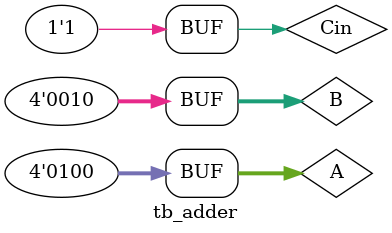
<source format=sv>


module tb_adder;
  
  // Test Signals
  logic [3:0] C;
  logic Cout;
  logic [3:0] A, B;
  logic Cin;
  
  // Instantiate module under test
  adder #(4) test_adder(C, Cout, A, B, Cin);
  
  // Provide test input signals
  initial
    begin
      Cin = 0;
      A = 2;
      B = 0;
      #100ps B=2;
      #100ps A=4;
      #100ps Cin=1;
    end

endmodule  
</source>
